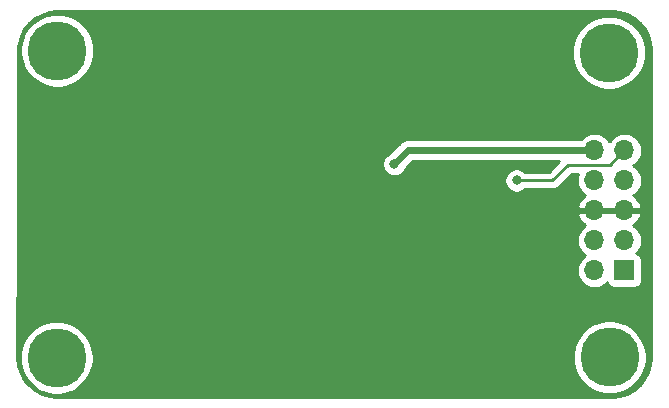
<source format=gbr>
G04 #@! TF.GenerationSoftware,KiCad,Pcbnew,(5.1.4)-1*
G04 #@! TF.CreationDate,2021-10-09T11:26:26+08:00*
G04 #@! TF.ProjectId,ConnectInterface,436f6e6e-6563-4744-996e-746572666163,rev?*
G04 #@! TF.SameCoordinates,Original*
G04 #@! TF.FileFunction,Copper,L2,Bot*
G04 #@! TF.FilePolarity,Positive*
%FSLAX46Y46*%
G04 Gerber Fmt 4.6, Leading zero omitted, Abs format (unit mm)*
G04 Created by KiCad (PCBNEW (5.1.4)-1) date 2021-10-09 11:26:26*
%MOMM*%
%LPD*%
G04 APERTURE LIST*
%ADD10C,5.000000*%
%ADD11R,1.700000X1.700000*%
%ADD12O,1.700000X1.700000*%
%ADD13C,0.800000*%
%ADD14C,0.250000*%
%ADD15C,0.600000*%
%ADD16C,0.254000*%
G04 APERTURE END LIST*
D10*
X132576288Y-56166680D03*
X132523394Y-82166680D03*
X179344320Y-82120740D03*
X179289428Y-56331780D03*
D11*
X180586380Y-74769980D03*
D12*
X178046380Y-74769980D03*
X180586380Y-72229980D03*
X178046380Y-72229980D03*
X180586380Y-69689980D03*
X178046380Y-69689980D03*
X180586380Y-67149980D03*
X178046380Y-67149980D03*
X180586380Y-64609980D03*
X178046380Y-64609980D03*
D13*
X171480480Y-67162680D03*
X161119820Y-65768220D03*
D14*
X171480480Y-67162680D02*
X174498000Y-67162680D01*
X174498000Y-67162680D02*
X175813720Y-65846960D01*
X179349400Y-65846960D02*
X180586380Y-64609980D01*
X175813720Y-65846960D02*
X179349400Y-65846960D01*
D15*
X178046380Y-64609980D02*
X162278060Y-64609980D01*
X162278060Y-64609980D02*
X161119820Y-65768220D01*
D16*
G36*
X180203322Y-52912819D02*
G01*
X180820420Y-53096991D01*
X181389999Y-53397522D01*
X181890352Y-53802955D01*
X182302428Y-54297855D01*
X182610531Y-54863371D01*
X182802923Y-55477961D01*
X182875696Y-56149776D01*
X182837840Y-82120647D01*
X182773707Y-82796870D01*
X182589534Y-83413970D01*
X182289007Y-83983544D01*
X181883570Y-84483900D01*
X181388669Y-84895978D01*
X180823155Y-85204079D01*
X180208565Y-85396471D01*
X179536586Y-85469262D01*
X132581407Y-85476394D01*
X131901568Y-85412344D01*
X131280592Y-85227434D01*
X130707355Y-84925429D01*
X130203698Y-84517835D01*
X129788798Y-84020171D01*
X129478468Y-83451407D01*
X129284518Y-82833187D01*
X129209051Y-82140504D01*
X129209591Y-81857909D01*
X129388394Y-81857909D01*
X129388394Y-82475451D01*
X129508870Y-83081126D01*
X129745193Y-83651659D01*
X130088280Y-84165126D01*
X130524948Y-84601794D01*
X131038415Y-84944881D01*
X131608948Y-85181204D01*
X132214623Y-85301680D01*
X132832165Y-85301680D01*
X133437840Y-85181204D01*
X134008373Y-84944881D01*
X134521840Y-84601794D01*
X134958508Y-84165126D01*
X135301595Y-83651659D01*
X135537918Y-83081126D01*
X135658394Y-82475451D01*
X135658394Y-81857909D01*
X135649256Y-81811969D01*
X176209320Y-81811969D01*
X176209320Y-82429511D01*
X176329796Y-83035186D01*
X176566119Y-83605719D01*
X176909206Y-84119186D01*
X177345874Y-84555854D01*
X177859341Y-84898941D01*
X178429874Y-85135264D01*
X179035549Y-85255740D01*
X179653091Y-85255740D01*
X180258766Y-85135264D01*
X180829299Y-84898941D01*
X181342766Y-84555854D01*
X181779434Y-84119186D01*
X182122521Y-83605719D01*
X182358844Y-83035186D01*
X182479320Y-82429511D01*
X182479320Y-81811969D01*
X182358844Y-81206294D01*
X182122521Y-80635761D01*
X181779434Y-80122294D01*
X181342766Y-79685626D01*
X180829299Y-79342539D01*
X180258766Y-79106216D01*
X179653091Y-78985740D01*
X179035549Y-78985740D01*
X178429874Y-79106216D01*
X177859341Y-79342539D01*
X177345874Y-79685626D01*
X176909206Y-80122294D01*
X176566119Y-80635761D01*
X176329796Y-81206294D01*
X176209320Y-81811969D01*
X135649256Y-81811969D01*
X135537918Y-81252234D01*
X135301595Y-80681701D01*
X134958508Y-80168234D01*
X134521840Y-79731566D01*
X134008373Y-79388479D01*
X133437840Y-79152156D01*
X132832165Y-79031680D01*
X132214623Y-79031680D01*
X131608948Y-79152156D01*
X131038415Y-79388479D01*
X130524948Y-79731566D01*
X130088280Y-80168234D01*
X129745193Y-80681701D01*
X129508870Y-81252234D01*
X129388394Y-81857909D01*
X129209591Y-81857909D01*
X129228011Y-72229980D01*
X176554195Y-72229980D01*
X176582867Y-72521091D01*
X176667781Y-72801014D01*
X176805674Y-73058994D01*
X176991246Y-73285114D01*
X177217366Y-73470686D01*
X177272171Y-73499980D01*
X177217366Y-73529274D01*
X176991246Y-73714846D01*
X176805674Y-73940966D01*
X176667781Y-74198946D01*
X176582867Y-74478869D01*
X176554195Y-74769980D01*
X176582867Y-75061091D01*
X176667781Y-75341014D01*
X176805674Y-75598994D01*
X176991246Y-75825114D01*
X177217366Y-76010686D01*
X177475346Y-76148579D01*
X177755269Y-76233493D01*
X177973430Y-76254980D01*
X178119330Y-76254980D01*
X178337491Y-76233493D01*
X178617414Y-76148579D01*
X178875394Y-76010686D01*
X179101514Y-75825114D01*
X179125987Y-75795293D01*
X179146878Y-75864160D01*
X179205843Y-75974474D01*
X179285195Y-76071165D01*
X179381886Y-76150517D01*
X179492200Y-76209482D01*
X179611898Y-76245792D01*
X179736380Y-76258052D01*
X181436380Y-76258052D01*
X181560862Y-76245792D01*
X181680560Y-76209482D01*
X181790874Y-76150517D01*
X181887565Y-76071165D01*
X181966917Y-75974474D01*
X182025882Y-75864160D01*
X182062192Y-75744462D01*
X182074452Y-75619980D01*
X182074452Y-73919980D01*
X182062192Y-73795498D01*
X182025882Y-73675800D01*
X181966917Y-73565486D01*
X181887565Y-73468795D01*
X181790874Y-73389443D01*
X181680560Y-73330478D01*
X181611693Y-73309587D01*
X181641514Y-73285114D01*
X181827086Y-73058994D01*
X181964979Y-72801014D01*
X182049893Y-72521091D01*
X182078565Y-72229980D01*
X182049893Y-71938869D01*
X181964979Y-71658946D01*
X181827086Y-71400966D01*
X181641514Y-71174846D01*
X181415394Y-70989274D01*
X181350857Y-70954779D01*
X181467735Y-70885158D01*
X181683968Y-70690249D01*
X181858021Y-70456900D01*
X181983205Y-70194079D01*
X182027856Y-70046870D01*
X181906535Y-69816980D01*
X180713380Y-69816980D01*
X180713380Y-69836980D01*
X180459380Y-69836980D01*
X180459380Y-69816980D01*
X178173380Y-69816980D01*
X178173380Y-69836980D01*
X177919380Y-69836980D01*
X177919380Y-69816980D01*
X176726225Y-69816980D01*
X176604904Y-70046870D01*
X176649555Y-70194079D01*
X176774739Y-70456900D01*
X176948792Y-70690249D01*
X177165025Y-70885158D01*
X177281903Y-70954779D01*
X177217366Y-70989274D01*
X176991246Y-71174846D01*
X176805674Y-71400966D01*
X176667781Y-71658946D01*
X176582867Y-71938869D01*
X176554195Y-72229980D01*
X129228011Y-72229980D01*
X129240570Y-65666281D01*
X160084820Y-65666281D01*
X160084820Y-65870159D01*
X160124594Y-66070118D01*
X160202615Y-66258476D01*
X160315883Y-66427994D01*
X160460046Y-66572157D01*
X160629564Y-66685425D01*
X160817922Y-66763446D01*
X161017881Y-66803220D01*
X161221759Y-66803220D01*
X161421718Y-66763446D01*
X161610076Y-66685425D01*
X161779594Y-66572157D01*
X161923757Y-66427994D01*
X162037025Y-66258476D01*
X162097251Y-66113078D01*
X162665349Y-65544980D01*
X175040898Y-65544980D01*
X174183199Y-66402680D01*
X172184191Y-66402680D01*
X172140254Y-66358743D01*
X171970736Y-66245475D01*
X171782378Y-66167454D01*
X171582419Y-66127680D01*
X171378541Y-66127680D01*
X171178582Y-66167454D01*
X170990224Y-66245475D01*
X170820706Y-66358743D01*
X170676543Y-66502906D01*
X170563275Y-66672424D01*
X170485254Y-66860782D01*
X170445480Y-67060741D01*
X170445480Y-67264619D01*
X170485254Y-67464578D01*
X170563275Y-67652936D01*
X170676543Y-67822454D01*
X170820706Y-67966617D01*
X170990224Y-68079885D01*
X171178582Y-68157906D01*
X171378541Y-68197680D01*
X171582419Y-68197680D01*
X171782378Y-68157906D01*
X171970736Y-68079885D01*
X172140254Y-67966617D01*
X172184191Y-67922680D01*
X174460678Y-67922680D01*
X174498000Y-67926356D01*
X174535322Y-67922680D01*
X174535333Y-67922680D01*
X174646986Y-67911683D01*
X174790247Y-67868226D01*
X174922276Y-67797654D01*
X175038001Y-67702681D01*
X175061804Y-67673677D01*
X176128522Y-66606960D01*
X176659283Y-66606960D01*
X176582867Y-66858869D01*
X176554195Y-67149980D01*
X176582867Y-67441091D01*
X176667781Y-67721014D01*
X176805674Y-67978994D01*
X176991246Y-68205114D01*
X177217366Y-68390686D01*
X177281903Y-68425181D01*
X177165025Y-68494802D01*
X176948792Y-68689711D01*
X176774739Y-68923060D01*
X176649555Y-69185881D01*
X176604904Y-69333090D01*
X176726225Y-69562980D01*
X177919380Y-69562980D01*
X177919380Y-69542980D01*
X178173380Y-69542980D01*
X178173380Y-69562980D01*
X180459380Y-69562980D01*
X180459380Y-69542980D01*
X180713380Y-69542980D01*
X180713380Y-69562980D01*
X181906535Y-69562980D01*
X182027856Y-69333090D01*
X181983205Y-69185881D01*
X181858021Y-68923060D01*
X181683968Y-68689711D01*
X181467735Y-68494802D01*
X181350857Y-68425181D01*
X181415394Y-68390686D01*
X181641514Y-68205114D01*
X181827086Y-67978994D01*
X181964979Y-67721014D01*
X182049893Y-67441091D01*
X182078565Y-67149980D01*
X182049893Y-66858869D01*
X181964979Y-66578946D01*
X181827086Y-66320966D01*
X181641514Y-66094846D01*
X181415394Y-65909274D01*
X181360589Y-65879980D01*
X181415394Y-65850686D01*
X181641514Y-65665114D01*
X181827086Y-65438994D01*
X181964979Y-65181014D01*
X182049893Y-64901091D01*
X182078565Y-64609980D01*
X182049893Y-64318869D01*
X181964979Y-64038946D01*
X181827086Y-63780966D01*
X181641514Y-63554846D01*
X181415394Y-63369274D01*
X181157414Y-63231381D01*
X180877491Y-63146467D01*
X180659330Y-63124980D01*
X180513430Y-63124980D01*
X180295269Y-63146467D01*
X180015346Y-63231381D01*
X179757366Y-63369274D01*
X179531246Y-63554846D01*
X179345674Y-63780966D01*
X179316380Y-63835771D01*
X179287086Y-63780966D01*
X179101514Y-63554846D01*
X178875394Y-63369274D01*
X178617414Y-63231381D01*
X178337491Y-63146467D01*
X178119330Y-63124980D01*
X177973430Y-63124980D01*
X177755269Y-63146467D01*
X177475346Y-63231381D01*
X177217366Y-63369274D01*
X176991246Y-63554846D01*
X176892655Y-63674980D01*
X162323995Y-63674980D01*
X162278060Y-63670456D01*
X162094768Y-63688508D01*
X161918519Y-63741973D01*
X161861940Y-63772215D01*
X161756088Y-63828794D01*
X161613716Y-63945636D01*
X161584430Y-63981321D01*
X160774962Y-64790789D01*
X160629564Y-64851015D01*
X160460046Y-64964283D01*
X160315883Y-65108446D01*
X160202615Y-65277964D01*
X160124594Y-65466322D01*
X160084820Y-65666281D01*
X129240570Y-65666281D01*
X129258686Y-56197704D01*
X129290911Y-55857909D01*
X129441288Y-55857909D01*
X129441288Y-56475451D01*
X129561764Y-57081126D01*
X129798087Y-57651659D01*
X130141174Y-58165126D01*
X130577842Y-58601794D01*
X131091309Y-58944881D01*
X131661842Y-59181204D01*
X132267517Y-59301680D01*
X132885059Y-59301680D01*
X133490734Y-59181204D01*
X134061267Y-58944881D01*
X134574734Y-58601794D01*
X135011402Y-58165126D01*
X135354489Y-57651659D01*
X135590812Y-57081126D01*
X135711288Y-56475451D01*
X135711288Y-56023009D01*
X176154428Y-56023009D01*
X176154428Y-56640551D01*
X176274904Y-57246226D01*
X176511227Y-57816759D01*
X176854314Y-58330226D01*
X177290982Y-58766894D01*
X177804449Y-59109981D01*
X178374982Y-59346304D01*
X178980657Y-59466780D01*
X179598199Y-59466780D01*
X180203874Y-59346304D01*
X180774407Y-59109981D01*
X181287874Y-58766894D01*
X181724542Y-58330226D01*
X182067629Y-57816759D01*
X182303952Y-57246226D01*
X182424428Y-56640551D01*
X182424428Y-56023009D01*
X182303952Y-55417334D01*
X182067629Y-54846801D01*
X181724542Y-54333334D01*
X181287874Y-53896666D01*
X180774407Y-53553579D01*
X180203874Y-53317256D01*
X179598199Y-53196780D01*
X178980657Y-53196780D01*
X178374982Y-53317256D01*
X177804449Y-53553579D01*
X177290982Y-53896666D01*
X176854314Y-54333334D01*
X176511227Y-54846801D01*
X176274904Y-55417334D01*
X176154428Y-56023009D01*
X135711288Y-56023009D01*
X135711288Y-55857909D01*
X135590812Y-55252234D01*
X135354489Y-54681701D01*
X135011402Y-54168234D01*
X134574734Y-53731566D01*
X134061267Y-53388479D01*
X133490734Y-53152156D01*
X132885059Y-53031680D01*
X132267517Y-53031680D01*
X131661842Y-53152156D01*
X131091309Y-53388479D01*
X130577842Y-53731566D01*
X130141174Y-54168234D01*
X129798087Y-54681701D01*
X129561764Y-55252234D01*
X129441288Y-55857909D01*
X129290911Y-55857909D01*
X129322833Y-55521328D01*
X129507005Y-54904230D01*
X129807536Y-54334651D01*
X130212969Y-53834298D01*
X130707869Y-53422222D01*
X131273385Y-53114119D01*
X131887975Y-52921727D01*
X132559941Y-52848938D01*
X179527594Y-52848733D01*
X180203322Y-52912819D01*
X180203322Y-52912819D01*
G37*
X180203322Y-52912819D02*
X180820420Y-53096991D01*
X181389999Y-53397522D01*
X181890352Y-53802955D01*
X182302428Y-54297855D01*
X182610531Y-54863371D01*
X182802923Y-55477961D01*
X182875696Y-56149776D01*
X182837840Y-82120647D01*
X182773707Y-82796870D01*
X182589534Y-83413970D01*
X182289007Y-83983544D01*
X181883570Y-84483900D01*
X181388669Y-84895978D01*
X180823155Y-85204079D01*
X180208565Y-85396471D01*
X179536586Y-85469262D01*
X132581407Y-85476394D01*
X131901568Y-85412344D01*
X131280592Y-85227434D01*
X130707355Y-84925429D01*
X130203698Y-84517835D01*
X129788798Y-84020171D01*
X129478468Y-83451407D01*
X129284518Y-82833187D01*
X129209051Y-82140504D01*
X129209591Y-81857909D01*
X129388394Y-81857909D01*
X129388394Y-82475451D01*
X129508870Y-83081126D01*
X129745193Y-83651659D01*
X130088280Y-84165126D01*
X130524948Y-84601794D01*
X131038415Y-84944881D01*
X131608948Y-85181204D01*
X132214623Y-85301680D01*
X132832165Y-85301680D01*
X133437840Y-85181204D01*
X134008373Y-84944881D01*
X134521840Y-84601794D01*
X134958508Y-84165126D01*
X135301595Y-83651659D01*
X135537918Y-83081126D01*
X135658394Y-82475451D01*
X135658394Y-81857909D01*
X135649256Y-81811969D01*
X176209320Y-81811969D01*
X176209320Y-82429511D01*
X176329796Y-83035186D01*
X176566119Y-83605719D01*
X176909206Y-84119186D01*
X177345874Y-84555854D01*
X177859341Y-84898941D01*
X178429874Y-85135264D01*
X179035549Y-85255740D01*
X179653091Y-85255740D01*
X180258766Y-85135264D01*
X180829299Y-84898941D01*
X181342766Y-84555854D01*
X181779434Y-84119186D01*
X182122521Y-83605719D01*
X182358844Y-83035186D01*
X182479320Y-82429511D01*
X182479320Y-81811969D01*
X182358844Y-81206294D01*
X182122521Y-80635761D01*
X181779434Y-80122294D01*
X181342766Y-79685626D01*
X180829299Y-79342539D01*
X180258766Y-79106216D01*
X179653091Y-78985740D01*
X179035549Y-78985740D01*
X178429874Y-79106216D01*
X177859341Y-79342539D01*
X177345874Y-79685626D01*
X176909206Y-80122294D01*
X176566119Y-80635761D01*
X176329796Y-81206294D01*
X176209320Y-81811969D01*
X135649256Y-81811969D01*
X135537918Y-81252234D01*
X135301595Y-80681701D01*
X134958508Y-80168234D01*
X134521840Y-79731566D01*
X134008373Y-79388479D01*
X133437840Y-79152156D01*
X132832165Y-79031680D01*
X132214623Y-79031680D01*
X131608948Y-79152156D01*
X131038415Y-79388479D01*
X130524948Y-79731566D01*
X130088280Y-80168234D01*
X129745193Y-80681701D01*
X129508870Y-81252234D01*
X129388394Y-81857909D01*
X129209591Y-81857909D01*
X129228011Y-72229980D01*
X176554195Y-72229980D01*
X176582867Y-72521091D01*
X176667781Y-72801014D01*
X176805674Y-73058994D01*
X176991246Y-73285114D01*
X177217366Y-73470686D01*
X177272171Y-73499980D01*
X177217366Y-73529274D01*
X176991246Y-73714846D01*
X176805674Y-73940966D01*
X176667781Y-74198946D01*
X176582867Y-74478869D01*
X176554195Y-74769980D01*
X176582867Y-75061091D01*
X176667781Y-75341014D01*
X176805674Y-75598994D01*
X176991246Y-75825114D01*
X177217366Y-76010686D01*
X177475346Y-76148579D01*
X177755269Y-76233493D01*
X177973430Y-76254980D01*
X178119330Y-76254980D01*
X178337491Y-76233493D01*
X178617414Y-76148579D01*
X178875394Y-76010686D01*
X179101514Y-75825114D01*
X179125987Y-75795293D01*
X179146878Y-75864160D01*
X179205843Y-75974474D01*
X179285195Y-76071165D01*
X179381886Y-76150517D01*
X179492200Y-76209482D01*
X179611898Y-76245792D01*
X179736380Y-76258052D01*
X181436380Y-76258052D01*
X181560862Y-76245792D01*
X181680560Y-76209482D01*
X181790874Y-76150517D01*
X181887565Y-76071165D01*
X181966917Y-75974474D01*
X182025882Y-75864160D01*
X182062192Y-75744462D01*
X182074452Y-75619980D01*
X182074452Y-73919980D01*
X182062192Y-73795498D01*
X182025882Y-73675800D01*
X181966917Y-73565486D01*
X181887565Y-73468795D01*
X181790874Y-73389443D01*
X181680560Y-73330478D01*
X181611693Y-73309587D01*
X181641514Y-73285114D01*
X181827086Y-73058994D01*
X181964979Y-72801014D01*
X182049893Y-72521091D01*
X182078565Y-72229980D01*
X182049893Y-71938869D01*
X181964979Y-71658946D01*
X181827086Y-71400966D01*
X181641514Y-71174846D01*
X181415394Y-70989274D01*
X181350857Y-70954779D01*
X181467735Y-70885158D01*
X181683968Y-70690249D01*
X181858021Y-70456900D01*
X181983205Y-70194079D01*
X182027856Y-70046870D01*
X181906535Y-69816980D01*
X180713380Y-69816980D01*
X180713380Y-69836980D01*
X180459380Y-69836980D01*
X180459380Y-69816980D01*
X178173380Y-69816980D01*
X178173380Y-69836980D01*
X177919380Y-69836980D01*
X177919380Y-69816980D01*
X176726225Y-69816980D01*
X176604904Y-70046870D01*
X176649555Y-70194079D01*
X176774739Y-70456900D01*
X176948792Y-70690249D01*
X177165025Y-70885158D01*
X177281903Y-70954779D01*
X177217366Y-70989274D01*
X176991246Y-71174846D01*
X176805674Y-71400966D01*
X176667781Y-71658946D01*
X176582867Y-71938869D01*
X176554195Y-72229980D01*
X129228011Y-72229980D01*
X129240570Y-65666281D01*
X160084820Y-65666281D01*
X160084820Y-65870159D01*
X160124594Y-66070118D01*
X160202615Y-66258476D01*
X160315883Y-66427994D01*
X160460046Y-66572157D01*
X160629564Y-66685425D01*
X160817922Y-66763446D01*
X161017881Y-66803220D01*
X161221759Y-66803220D01*
X161421718Y-66763446D01*
X161610076Y-66685425D01*
X161779594Y-66572157D01*
X161923757Y-66427994D01*
X162037025Y-66258476D01*
X162097251Y-66113078D01*
X162665349Y-65544980D01*
X175040898Y-65544980D01*
X174183199Y-66402680D01*
X172184191Y-66402680D01*
X172140254Y-66358743D01*
X171970736Y-66245475D01*
X171782378Y-66167454D01*
X171582419Y-66127680D01*
X171378541Y-66127680D01*
X171178582Y-66167454D01*
X170990224Y-66245475D01*
X170820706Y-66358743D01*
X170676543Y-66502906D01*
X170563275Y-66672424D01*
X170485254Y-66860782D01*
X170445480Y-67060741D01*
X170445480Y-67264619D01*
X170485254Y-67464578D01*
X170563275Y-67652936D01*
X170676543Y-67822454D01*
X170820706Y-67966617D01*
X170990224Y-68079885D01*
X171178582Y-68157906D01*
X171378541Y-68197680D01*
X171582419Y-68197680D01*
X171782378Y-68157906D01*
X171970736Y-68079885D01*
X172140254Y-67966617D01*
X172184191Y-67922680D01*
X174460678Y-67922680D01*
X174498000Y-67926356D01*
X174535322Y-67922680D01*
X174535333Y-67922680D01*
X174646986Y-67911683D01*
X174790247Y-67868226D01*
X174922276Y-67797654D01*
X175038001Y-67702681D01*
X175061804Y-67673677D01*
X176128522Y-66606960D01*
X176659283Y-66606960D01*
X176582867Y-66858869D01*
X176554195Y-67149980D01*
X176582867Y-67441091D01*
X176667781Y-67721014D01*
X176805674Y-67978994D01*
X176991246Y-68205114D01*
X177217366Y-68390686D01*
X177281903Y-68425181D01*
X177165025Y-68494802D01*
X176948792Y-68689711D01*
X176774739Y-68923060D01*
X176649555Y-69185881D01*
X176604904Y-69333090D01*
X176726225Y-69562980D01*
X177919380Y-69562980D01*
X177919380Y-69542980D01*
X178173380Y-69542980D01*
X178173380Y-69562980D01*
X180459380Y-69562980D01*
X180459380Y-69542980D01*
X180713380Y-69542980D01*
X180713380Y-69562980D01*
X181906535Y-69562980D01*
X182027856Y-69333090D01*
X181983205Y-69185881D01*
X181858021Y-68923060D01*
X181683968Y-68689711D01*
X181467735Y-68494802D01*
X181350857Y-68425181D01*
X181415394Y-68390686D01*
X181641514Y-68205114D01*
X181827086Y-67978994D01*
X181964979Y-67721014D01*
X182049893Y-67441091D01*
X182078565Y-67149980D01*
X182049893Y-66858869D01*
X181964979Y-66578946D01*
X181827086Y-66320966D01*
X181641514Y-66094846D01*
X181415394Y-65909274D01*
X181360589Y-65879980D01*
X181415394Y-65850686D01*
X181641514Y-65665114D01*
X181827086Y-65438994D01*
X181964979Y-65181014D01*
X182049893Y-64901091D01*
X182078565Y-64609980D01*
X182049893Y-64318869D01*
X181964979Y-64038946D01*
X181827086Y-63780966D01*
X181641514Y-63554846D01*
X181415394Y-63369274D01*
X181157414Y-63231381D01*
X180877491Y-63146467D01*
X180659330Y-63124980D01*
X180513430Y-63124980D01*
X180295269Y-63146467D01*
X180015346Y-63231381D01*
X179757366Y-63369274D01*
X179531246Y-63554846D01*
X179345674Y-63780966D01*
X179316380Y-63835771D01*
X179287086Y-63780966D01*
X179101514Y-63554846D01*
X178875394Y-63369274D01*
X178617414Y-63231381D01*
X178337491Y-63146467D01*
X178119330Y-63124980D01*
X177973430Y-63124980D01*
X177755269Y-63146467D01*
X177475346Y-63231381D01*
X177217366Y-63369274D01*
X176991246Y-63554846D01*
X176892655Y-63674980D01*
X162323995Y-63674980D01*
X162278060Y-63670456D01*
X162094768Y-63688508D01*
X161918519Y-63741973D01*
X161861940Y-63772215D01*
X161756088Y-63828794D01*
X161613716Y-63945636D01*
X161584430Y-63981321D01*
X160774962Y-64790789D01*
X160629564Y-64851015D01*
X160460046Y-64964283D01*
X160315883Y-65108446D01*
X160202615Y-65277964D01*
X160124594Y-65466322D01*
X160084820Y-65666281D01*
X129240570Y-65666281D01*
X129258686Y-56197704D01*
X129290911Y-55857909D01*
X129441288Y-55857909D01*
X129441288Y-56475451D01*
X129561764Y-57081126D01*
X129798087Y-57651659D01*
X130141174Y-58165126D01*
X130577842Y-58601794D01*
X131091309Y-58944881D01*
X131661842Y-59181204D01*
X132267517Y-59301680D01*
X132885059Y-59301680D01*
X133490734Y-59181204D01*
X134061267Y-58944881D01*
X134574734Y-58601794D01*
X135011402Y-58165126D01*
X135354489Y-57651659D01*
X135590812Y-57081126D01*
X135711288Y-56475451D01*
X135711288Y-56023009D01*
X176154428Y-56023009D01*
X176154428Y-56640551D01*
X176274904Y-57246226D01*
X176511227Y-57816759D01*
X176854314Y-58330226D01*
X177290982Y-58766894D01*
X177804449Y-59109981D01*
X178374982Y-59346304D01*
X178980657Y-59466780D01*
X179598199Y-59466780D01*
X180203874Y-59346304D01*
X180774407Y-59109981D01*
X181287874Y-58766894D01*
X181724542Y-58330226D01*
X182067629Y-57816759D01*
X182303952Y-57246226D01*
X182424428Y-56640551D01*
X182424428Y-56023009D01*
X182303952Y-55417334D01*
X182067629Y-54846801D01*
X181724542Y-54333334D01*
X181287874Y-53896666D01*
X180774407Y-53553579D01*
X180203874Y-53317256D01*
X179598199Y-53196780D01*
X178980657Y-53196780D01*
X178374982Y-53317256D01*
X177804449Y-53553579D01*
X177290982Y-53896666D01*
X176854314Y-54333334D01*
X176511227Y-54846801D01*
X176274904Y-55417334D01*
X176154428Y-56023009D01*
X135711288Y-56023009D01*
X135711288Y-55857909D01*
X135590812Y-55252234D01*
X135354489Y-54681701D01*
X135011402Y-54168234D01*
X134574734Y-53731566D01*
X134061267Y-53388479D01*
X133490734Y-53152156D01*
X132885059Y-53031680D01*
X132267517Y-53031680D01*
X131661842Y-53152156D01*
X131091309Y-53388479D01*
X130577842Y-53731566D01*
X130141174Y-54168234D01*
X129798087Y-54681701D01*
X129561764Y-55252234D01*
X129441288Y-55857909D01*
X129290911Y-55857909D01*
X129322833Y-55521328D01*
X129507005Y-54904230D01*
X129807536Y-54334651D01*
X130212969Y-53834298D01*
X130707869Y-53422222D01*
X131273385Y-53114119D01*
X131887975Y-52921727D01*
X132559941Y-52848938D01*
X179527594Y-52848733D01*
X180203322Y-52912819D01*
M02*

</source>
